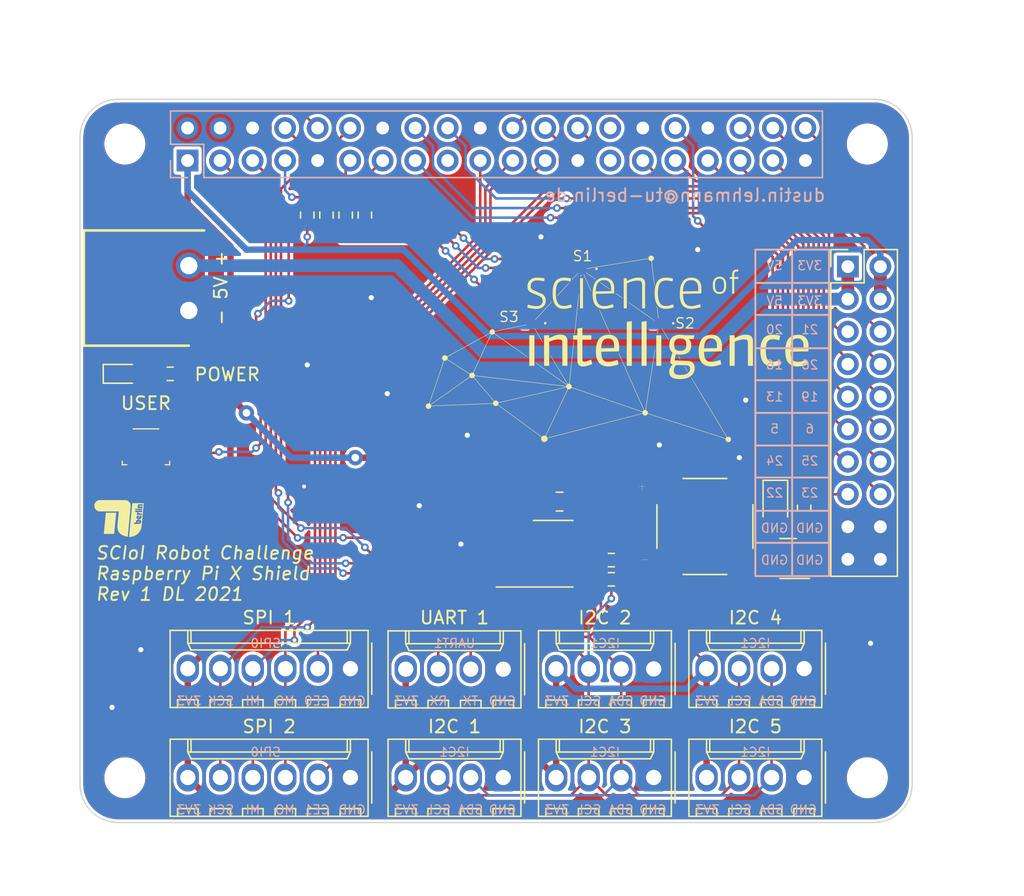
<source format=kicad_pcb>
(kicad_pcb (version 20211014) (generator pcbnew)
  (layers (0 "F.Cu" signal) (31 "B.Cu" signal) (34 "B.Paste" user) (35 "F.Paste" user) (36 "B.SilkS" user "B.Silkscreen") (37 "F.SilkS" user "F.Silkscreen") (38 "B.Mask" user) (39 "F.Mask" user) (44 "Edge.Cuts" user))
  (net 0 "")
  (net 1 "+5V")
  (net 2 "GND")
  (net 3 "PI_UART0_TX")
  (net 4 "PI_UART0_RX")
  (net 6 "PI_SPI0_MOSI")
  (net 7 "PI_SPI0_MISO")
  (net 8 "PI_SPI0_SCLK")
  (net 9 "PI_SPI0_CE0")
  (net 12 "Net-(D1-Pad2)")
  (net 13 "Net-(Q1-Pad1)")
  (net 14 "Net-(D2-Pad2)")
  (net 15 "Net-(D3-Pad2)")
  (net 16 "Net-(D4-Pad2)")
  (net 17 "3V3_OUT")
  (net 18 "PI_SDA")
  (net 19 "PI_SCL")
  (net 20 "PI_SPI0_CE1")
  (net 21 "PI_PWM1")
  (net 22 "PI_PWM2")
  (net 23 "GPIO_19")
  (net 24 "GPIO_16")
  (net 25 "GPIO_26")
  (net 26 "GPIO_20")
  (net 27 "GPIO_21")
  (net 28 "Net-(D5-Pad2)")
  (net 29 "GPIO_4")
  (net 30 "GPIO_17")
  (net 31 "GPIO_18")
  (net 32 "GPIO_27")
  (net 33 "GPIO_22")
  (net 34 "GPIO_23")
  (net 35 "GPIO_24")
  (net 36 "GPIO_25")
  (net 37 "GPIO_5")
  (net 38 "GPIO_6")
  (footprint "MountingHole:MountingHole_2.7mm_M2.5_DIN965" (layer "F.Cu") (at 128.25 49)
    (fp_text reference "H1" hide)
    (fp_text value "MountingHole_Pad")
  )
  (footprint "Resistor_SMD:R_0603_1608Metric" (layer "F.Cu") (at 108.255 81.5 180)
    (fp_text reference "R8" hide)
    (fp_text value "4.7k")
  )
  (footprint "downloaded_parts:SHDRRA2W82P0X350_1X2_900X920X745P" (layer "F.Cu") (at 75.25 62 90)
    (fp_text reference "J3" hide)
    (fp_text value "5V_IN" hide)
  )
  (footprint "Connector_Molex:Molex_KK-254_AE-6410-04A_1x04_P2.54mm_Vertical" (layer "F.Cu") (at 99.81 98.48 180)
    (fp_text reference "J9" hide)
    (fp_text value "I2C_3")
  )
  (footprint "logos:scioi_logo_30" (layer "F.Cu") (at 108.75 65)
    (fp_text reference "G***" hide)
    (fp_text value "LOGO" hide)
  )
  (footprint "Capacitor_SMD:C_0805_2012Metric" (layer "F.Cu") (at 104.205 76.93 180)
    (fp_text reference "C1" hide)
    (fp_text value "1uF")
  )
  (footprint "MountingHole:MountingHole_2.7mm_M2.5_DIN965" (layer "F.Cu") (at 70.25 98.5)
    (fp_text reference "H3" hide)
    (fp_text value "MountingHole_Pad")
  )
  (footprint "MountingHole:MountingHole_2.7mm_M2.5_DIN965" (layer "F.Cu") (at 70.25 49)
    (fp_text reference "H4" hide)
    (fp_text value "MountingHole_Pad")
  )
  (footprint "Resistor_SMD:R_0603_1608Metric" (layer "F.Cu") (at 89 54.55 90)
    (fp_text reference "R4" hide)
    (fp_text value "1k")
  )
  (footprint "Connector_Molex:Molex_KK-254_AE-6410-06A_1x06_P2.54mm_Vertical" (layer "F.Cu") (at 87.87 98.48 180)
    (fp_text reference "J5" hide)
    (fp_text value "SPI_2")
  )
  (footprint "Resistor_SMD:R_0603_1608Metric" (layer "F.Cu") (at 73.8 66.95)
    (fp_text reference "R5" hide)
    (fp_text value "1k")
  )
  (footprint "Resistor_SMD:R_0603_1608Metric" (layer "F.Cu") (at 87.5 54.55 90)
    (fp_text reference "R3" hide)
    (fp_text value "1k")
  )
  (footprint "Resistor_SMD:R_0603_1608Metric" (layer "F.Cu") (at 86 54.55 90)
    (fp_text reference "R2" hide)
    (fp_text value "1k")
  )
  (footprint "logos:tub_4" (layer "F.Cu") (at 69.8 78.25)
    (fp_text reference "G***" hide)
    (fp_text value "LOGO" hide)
  )
  (footprint "Connector_Molex:Molex_KK-254_AE-6410-06A_1x06_P2.54mm_Vertical" (layer "F.Cu") (at 87.87 89.98 180)
    (fp_text reference "J4" hide)
    (fp_text value "SPI_1")
  )
  (footprint "Package_TO_SOT_SMD:SOT-23" (layer "F.Cu") (at 122.062011 81.374511 180)
    (fp_text reference "Q1" hide)
    (fp_text value "BC817")
  )
  (footprint "Resistor_SMD:R_0603_1608Metric" (layer "F.Cu") (at 123.312011 77.449511 90)
    (fp_text reference "R1" hide)
    (fp_text value "180")
  )
  (footprint "Connector_Molex:Molex_KK-254_AE-6410-04A_1x04_P2.54mm_Vertical" (layer "F.Cu") (at 123.31 98.48 180)
    (fp_text reference "J11" hide)
    (fp_text value "I2C_5")
  )
  (footprint "Diode_SMD:D_0805_2012Metric_Pad1.15x1.40mm_HandSolder" (layer "F.Cu") (at 121.062011 77.124511 -90)
    (fp_text reference "D1" hide)
    (fp_text value "1N4148")
  )
  (footprint "Connector_Molex:Molex_KK-254_AE-6410-04A_1x04_P2.54mm_Vertical" (layer "F.Cu") (at 123.31 89.98 180)
    (fp_text reference "J10" hide)
    (fp_text value "I2C_4")
  )
  (footprint "LED_SMD:LED_0402_1005Metric" (layer "F.Cu") (at 106 58.75 180)
    (fp_text reference "D4" hide)
    (fp_text value "VCHG_LED")
  )
  (footprint "Connector_PinHeader_2.54mm:PinHeader_2x10_P2.54mm_Vertical" (layer "F.Cu") (at 126.725 58.575)
    (fp_text reference "J2" hide)
    (fp_text value "EXP")
  )
  (footprint "Resistor_SMD:R_0603_1608Metric" (layer "F.Cu") (at 108.255 83 180)
    (fp_text reference "R7" hide)
    (fp_text value "4.7k")
  )
  (footprint "downloaded_parts:XDCR_CMT-7525-80-SMT-TR" (layer "F.Cu") (at 115.562011 78.874511)
    (fp_text reference "LS1" hide)
    (fp_text value "CMT-7525-80-SMT-TR" hide)
  )
  (footprint "Connector_Molex:Molex_KK-254_AE-6410-04A_1x04_P2.54mm_Vertical" (layer "F.Cu") (at 111.56 98.48 180)
    (fp_text reference "J7" hide)
    (fp_text value "I2C_2")
  )
  (footprint "LED_SMD:LED_0402_1005Metric" (layer "F.Cu") (at 102 63 180)
    (fp_text reference "D2" hide)
    (fp_text value "VCHG_LED")
  )
  (footprint "LED_SMD:LED_0603_1608Metric" (layer "F.Cu") (at 70.05 66.95)
    (fp_text reference "D5" hide)
    (fp_text value "PWR_LED")
  )
  (footprint "Resistor_SMD:R_0603_1608Metric" (layer "F.Cu") (at 84.5 54.55 90)
    (fp_text reference "R6" hide)
    (fp_text value "10k")
  )
  (footprint "LED_SMD:LED_0402_1005Metric" (layer "F.Cu") (at 112 63 180)
    (fp_text reference "D3" hide)
    (fp_text value "VCHG_LED")
  )
  (footprint "MountingHole:MountingHole_2.7mm_M2.5_DIN965" (layer "F.Cu") (at 128.25 98.5)
    (fp_text reference "H2" hide)
    (fp_text value "MountingHole_Pad")
  )
  (footprint "Package_DFN_QFN:DFN-8-1EP_6x5mm_P1.27mm_EP2x2mm" (layer "F.Cu") (at 102.255 81)
    (fp_text reference "U1" hide)
    (fp_text value "24LC256")
  )
  (footprint "Connector_Molex:Molex_KK-254_AE-6410-04A_1x04_P2.54mm_Vertical" (layer "F.Cu") (at 99.81 90.02 180)
    (fp_text reference "J8" hide)
    (fp_text value "UART")
  )
  (footprint "downloaded_parts:TL6330AF200Q" (layer "F.Cu") (at 71.9 72.65)
    (fp_text reference "S1" hide)
    (fp_text value "USER" hide)
  )
  (footprint "Connector_Molex:Molex_KK-254_AE-6410-04A_1x04_P2.54mm_Vertical" (layer "F.Cu") (at 111.56 90 180)
    (fp_text reference "J6" hide)
    (fp_text value "I2C_1")
  )
  (footprint "Connector_PinSocket_2.54mm:PinSocket_2x20_P2.54mm_Vertical" (layer "B.Cu") (at 75.15 50.29 -90)
    (fp_text reference "J1" hide)
    (fp_text value "Raspberry Pi")
  )
  (gr_line (start 119.5 70) (end 125.25 70) (layer "B.SilkS") (width 0.15))
  (gr_line (start 119.5 77.65) (end 125.2 77.65) (layer "B.SilkS") (width 0.15))
  (gr_rect (start 125.25 57.25) (end 119.5 82.75) (layer "B.SilkS") (width 0.15) (fill none))
  (gr_line (start 119.5 62.35) (end 125.2 62.35) (layer "B.SilkS") (width 0.15))
  (gr_line (start 119.5 72.55) (end 125.2 72.55) (layer "B.SilkS") (width 0.15))
  (gr_line (start 119.5 67.45) (end 125.2 67.45) (layer "B.SilkS") (width 0.15))
  (gr_line (start 122.375 57.25) (end 122.375 82.75) (layer "B.SilkS") (width 0.15))
  (gr_line (start 119.5 64.95) (end 125.2 64.95) (layer "B.SilkS") (width 0.15))
  (gr_line (start 119.5 59.85) (end 125.2 59.85) (layer "B.SilkS") (width 0.15))
  (gr_line (start 119.5 80.15) (end 125.2 80.15) (layer "B.SilkS") (width 0.15))
  (gr_line (start 119.5 75.05) (end 125.2 75.05) (layer "B.SilkS") (width 0.15))
  (gr_line (start 66.750001 99.000001) (end 66.750001 48.500001) (layer "Edge.Cuts") (width 0.1))
  (gr_arc (start 131.750001 99.000001) (mid 130.871321 101.121321) (end 128.750001 102.000001) (layer "Edge.Cuts") (width 0.1))
  (gr_line (start 69.750001 45.500001) (end 128.750001 45.500001) (layer "Edge.Cuts") (width 0.1))
  (gr_arc (start 66.750001 48.500001) (mid 67.628681 46.378681) (end 69.750001 45.500001) (layer "Edge.Cuts") (width 0.1))
  (gr_arc (start 69.750001 102.000001) (mid 67.628681 101.121321) (end 66.750001 99.000001) (layer "Edge.Cuts") (width 0.1))
  (gr_arc (start 128.750001 45.500001) (mid 130.871321 46.378681) (end 131.750001 48.500001) (layer "Edge.Cuts") (width 0.1))
  (gr_line (start 131.750001 48.500001) (end 131.750001 99.000001) (layer "Edge.Cuts") (width 0.1))
  (gr_line (start 128.750001 102.000001) (end 69.750001 102.000001) (layer "Edge.Cuts") (width 0.1))
  (gr_text "6" (at 123.75 71.25) (layer "B.SilkS") (effects (font (size 0.7 0.7) (thickness 0.1)) (justify mirror)))
  (gr_text "SCL" (at 106.5 101) (layer "B.SilkS") (effects (font (size 0.7 0.7) (thickness 0.1)) (justify mirror)))
  (gr_text "MO" (at 82.75 101) (layer "B.SilkS") (effects (font (size 0.7 0.7) (thickness 0.1)) (justify mirror)))
  (gr_text "RX" (at 94.75 92.5) (layer "B.SilkS") (effects (font (size 0.7 0.7) (thickness 0.1)) (justify mirror)))
  (gr_text "5V" (at 121 61.25) (layer "B.SilkS") (effects (font (size 0.7 0.7) (thickness 0.1)) (justify mirror)))
  (gr_text "GND" (at 123.75 79) (layer "B.SilkS") (effects (font (size 0.7 0.7) (thickness 0.1)) (justify mirror)))
  (gr_text "GND" (at 123.25 92.5) (layer "B.SilkS") (effects (font (size 0.7 0.7) (thickness 0.1)) (justify mirror)))
  (gr_text "SPI0" (at 81.25 88) (layer "B.SilkS") (effects (font (size 0.7 0.7) (thickness 0.1)) (justify mirror)))
  (gr_text "I2C1" (at 96 96.5) (layer "B.SilkS") (effects (font (size 0.7 0.7) (thickness 0.1)) (justify mirror)))
  (gr_text "I2C1" (at 119.5 88) (layer "B.SilkS") (effects (font (size 0.7 0.7) (thickness 0.1)) (justify mirror)))
  (gr_text "GND" (at 88 101) (layer "B.SilkS") (effects (font (size 0.7 0.7) (thickness 0.1)) (justify mirror)))
  (gr_text "I2C1" (at 107.75 88) (layer "B.SilkS") (effects (font (size 0.7 0.7) (thickness 0.1)) (justify mirror)))
  (gr_text "3V3" (at 92.25 92.5) (layer "B.SilkS") (effects (font (size 0.7 0.7) (thickness 0.1)) (justify mirror)))
  (gr_text "SDA" (at 109 101) (layer "B.SilkS") (effects (font (size 0.7 0.7) (thickness 0.1)) (justify mirror)))
  (gr_text "24" (at 121 73.75) (layer "B.SilkS") (effects (font (size 0.7 0.7) (thickness 0.1)) (justify mirror)))
  (gr_text "GND" (at 111.5 101) (layer "B.SilkS") (effects (font (size 0.7 0.7) (thickness 0.1)) (justify mirror)))
  (gr_text "5V" (at 121 58.5) (layer "B.SilkS") (effects (font (size 0.7 0.7) (thickness 0.1)) (justify mirror)))
  (gr_text "CE1" (at 85.25 101) (layer "B.SilkS") (effects (font (size 0.7 0.7) (thickness 0.1)) (justify mirror)))
  (gr_text "SCL" (at 118.25 92.5) (layer "B.SilkS") (effects (font (size 0.7 0.7) (thickness 0.1)) (justify mirror)))
  (gr_text "MI" (at 80.25 101) (layer "B.SilkS") (effects (font (size 0.7 0.7) (thickness 0.1)) (justify mirror)))
  (gr_text "MO" (at 82.75 92.5) (layer "B.SilkS") (effects (font (size 0.7 0.7) (thickness 0.1)) (justify mirror)))
  (gr_text "3V3" (at 104 92.5) (layer "B.SilkS") (effects (font (size 0.7 0.7) (thickness 0.1)) (justify mirror)))
  (gr_text "SCK" (at 77.75 101) (layer "B.SilkS") (effects (font (size 0.7 0.7) (thickness 0.1)) (justify mirror)))
  (gr_text "SDA" (at 120.75 92.5) (layer "B.SilkS") (effects (font (size 0.7 0.7) (thickness 0.1)) (justify mirror)))
  (gr_text "I2C1" (at 119.5 96.5) (layer "B.SilkS") (effects (font (size 0.7 0.7) (thickness 0.1)) (justify mirror)))
  (gr_text "19" (at 123.75 68.75) (layer "B.SilkS") (effects (font (size 0.7 0.7) (thickness 0.1)) (justify mirror)))
  (gr_text "SDA" (at 97.25 101) (layer "B.SilkS") (effects (font (size 0.7 0.7) (thickness 0.1)) (justify mirror)))
  (gr_text "GND" (at 123.25 101) (layer "B.SilkS") (effects (font (size 0.7 0.7) (thickness 0.1)) (justify mirror)))
  (gr_text "3V3" (at 75.25 101) (layer "B.SilkS") (effects (font (size 0.7 0.7) (thickness 0.1)) (justify mirror)))
  (gr_text "16" (at 121 66.25) (layer "B.SilkS") (effects (font (size 0.7 0.7) (thickness 0.1)) (justify mirror)))
  (gr_text "3V3" (at 75.25 92.5) (layer "B.SilkS") (effects (font (size 0.7 0.7) (thickness 0.1)) (justify mirror)))
  (gr_text "GND" (at 88 92.5) (layer "B.SilkS") (effects (font (size 0.7 0.7) (thickness 0.1)) (justify mirror)))
  (gr_text "UART1" (at 96 88) (layer "B.SilkS") (effects (font (size 0.7 0.7) (thickness 0.1)) (justify mirror)))
  (gr_text "GND" (at 99.75 92.5) (layer "B.SilkS") (effects (font (size 0.7 0.7) (thickness 0.1)) (justify mirror)))
  (gr_text "SDA" (at 120.75 101) (layer "B.SilkS") (effects (font (size 0.7 0.7) (thickness 0.1)) (justify mirror)))
  (gr_text "5" (at 121 71.25) (layer "B.SilkS") (effects (font (size 0.7 0.7) (thickness 0.1)) (justify mirror)))
  (gr_text "GND" (at 99.75 101) (layer "B.SilkS") (effects (font (size 0.7 0.7) (thickness 0.1)) (justify mirror)))
  (gr_text "SCK" (at 77.75 92.5) (layer "B.SilkS") (effects (font (size 0.7 0.7) (thickness 0.1)) (justify mirror)))
  (gr_text "23" (at 123.75 76.25) (layer "B.SilkS") (effects (font (size 0.7 0.7) (thickness 0.1)) (justify mirror)))
  (gr_text "GND" (at 121 81.5) (layer "B.SilkS") (effects (font (size 0.7 0.7) (thickness 0.1)) (justify mirror)))
  (gr_text "SCL" (at 94.75 101) (layer "B.SilkS") (effects (font (size 0.7 0.7) (thickness 0.1)) (justify mirror)))
  (gr_text "SPI0" (at 81.25 96.5) (layer "B.SilkS") (effects (font (size 0.7 0.7) (thickness 0.1)) (justify mirror)))
  (gr_text "25" (at 123.75 73.75) (layer "B.SilkS") (effects (font (size 0.7 0.7) (thickness 0.1)) (justify mirror)))
  (gr_text "3V3" (at 115.75 101) (layer "B.SilkS") (effects (font (size 0.7 0.7) (thickness 0.1)) (justify mirror)))
  (gr_text "GND" (at 111.5 92.5) (layer "B.SilkS") (effects (font (size 0.7 0.7) (thickness 0.1)) (justify mirror)))
  (gr_text "GND" (at 123.75 81.5) (layer "B.SilkS") (effects (font (size 0.7 0.7) (thickness 0.1)) (justify mirror)))
  (gr_text "3V3" (at 104 101) (layer "B.SilkS") (effects (font (size 0.7 0.7) (thickness 0.1)) (justify mirror)))
  (gr_text "3V3" (at 123.75 61.25) (layer "B.SilkS") (effects (font (size 0.7 0.7) (thickness 0.1)) (justify mirror)))
  (gr_text "3V3" (at 123.75 58.5) (layer "B.SilkS") (effects (font (size 0.7 0.7) (thickness 0.1)) (justify mirror)))
  (gr_text "GND" (at 121 79) (layer "B.SilkS") (effects (font (size 0.7 0.7) (thickness 0.1)) (justify mirror)))
  (gr_text "I2C1" (at 107.75 96.5) (layer "B.SilkS") (effects (font (size 0.7 0.7) (thickness 0.1)) (justify mirror)))
  (gr_text "3V3" (at 92.25 101) (layer "B.SilkS") (effects (font (size 0.7 0.7) (thickness 0.1)) (justify mirror)))
  (gr_text "MI" (at 80.25 92.5) (layer "B.SilkS") (effects (font (size 0.7 0.7) (thickness 0.1)) (justify mirror)))
  (gr_text "SCL" (at 118.25 101) (layer "B.SilkS") (effects (font (size 0.7 0.7) (thickness 0.1)) (justify mirror)))
  (gr_text "13" (at 121 68.75) (layer "B.SilkS") (effects (font (size 0.7 0.7) (thickness 0.1)) (justify mirror)))
  (gr_text "CE0" (at 85.25 92.5) (layer "B.SilkS") (effects (font (size 0.7 0.7) (thickness 0.1)) (justify mirror)))
  (gr_text "3V3" (at 115.75 92.5) (layer "B.SilkS") (effects (font (size 0.7 0.7) (thickness 0.1)) (justify mirror)))
  (gr_text "dustin.lehmann@tu-berlin.de" (at 114 53) (layer "B.SilkS") (effects (font (size 1 1)) (justify mirror)))
  (gr_text "21" (at 123.75 63.5) (layer "B.SilkS") (effects (font (size 0.7 0.7) (thickness 0.1)) (justify mirror)))
  (gr_text "22" (at 121 76.25) (layer "B.SilkS") (effects (font (size 0.7 0.7) (thickness 0.1)) (justify mirror)))
  (gr_text "SCL" (at 106.5 92.5) (layer "B.SilkS") (effects (font (size 0.7 0.7) (thickness 0.1)) (justify mirror)))
  (gr_text "20" (at 121 63.5) (layer "B.SilkS") (effects (font (size 0.7 0.7) (thickness 0.1)) (justify mirror)))
  (gr_text "TX" (at 97.25 92.5) (layer "B.SilkS") (effects (font (size 0.7 0.7) (thickness 0.1)) (justify mirror)))
  (gr_text "SDA" (at 109 92.5) (layer "B.SilkS") (effects (font (size 0.7 0.7) (thickness 0.1)) (justify mirror)))
  (gr_text "26" (at 123.75 66.25) (layer "B.SilkS") (effects (font (size 0.7 0.7) (thickness 0.1)) (justify mirror)))
  (gr_text "S3" (at 100.25 62.5) (layer "F.SilkS") (effects (font (size 0.8 0.8) (thickness 0.1))))
  (gr_text "I2C 5" (at 119.5 94.5) (layer "F.SilkS") (effects (font (size 1 1))))
  (gr_text "I2C 2" (at 107.75 86) (layer "F.SilkS") (effects (font (size 1 1))))
  (gr_text "SPI 1" (at 81.52 86) (layer "F.SilkS") (effects (font (size 1 1))))
  (gr_text "S2" (at 114 63) (layer "F.SilkS") (effects (font (size 0.8 0.8) (thickness 0.1))))
  (gr_text "SCIoI Robot Challenge\nRaspberry Pi X Shield\nRev 1 DL 2021" (at 67.9 82.55) (layer "F.SilkS") (effects (font (size 1 1) (thickness 0.15) italic) (justify left)))
  (gr_text "- 5V +" (at 77.75 60.25 90) (layer "F.SilkS") (effects (font (size 1 1))))
  (gr_text "I2C 3" (at 107.75 94.5) (layer "F.SilkS") (effects (font (size 1 1))))
  (gr_text "SPI 2" (at 81.52 94.5) (layer "F.SilkS") (effects (font (size 1 1))))
  (gr_text "UART 1" (at 96 86) (layer "F.SilkS") (effects (font (size 1 1))))
  (gr_text "USER" (at 71.9 69.25) (layer "F.SilkS") (effects (font (size 1 1))))
  (gr_text "I2C 4" (at 119.5 86) (layer "F.SilkS") (effects (font (size 1 1))))
  (gr_text "S1" (at 106 57.75) (layer "F.SilkS") (effects (font (size 0.8 0.8) (thickness 0.1))))
  (gr_text "POWER" (at 78.25 67) (layer "F.SilkS") (effects (font (size 1 1))))
  (gr_text "I2C 1" (at 96 94.5) (layer "F.SilkS") (effects (font (size 1 1))))
  (segment (start 126.725 61.115) (end 126.725 58.575) (width 1) (layer "F.Cu") (net 1))
  (segment (start 119.885 61.115) (end 126.725 61.115) (width 1) (layer "B.Cu") (net 1))
  (segment (start 115.75 65.25) (end 119.885 61.115) (width 1) (layer "B.Cu") (net 1))
  (segment (start 98.25 65.25) (end 115.75 65.25) (width 1) (layer "B.Cu") (net 1))
  (segment (start 91.5 58.5) (end 98.25 65.25) (width 1) (layer "B.Cu") (net 1))
  (segment (start 75.25 58.5) (end 91.5 58.5) (width 1) (layer "B.Cu") (net 1))
  (via (at 118.75 69) (size 0.8) (drill 0.4) (layers "F.Cu" "B.Cu") (net 2))
  (via (at 90.75 68.5) (size 0.8) (drill 0.4) (layers "F.Cu" "B.Cu") (net 2))
  (via (at 102.75 56.25) (size 0.8) (drill 0.4) (layers "F.Cu" "B.Cu") (net 2))
  (via (at 118.25 73.5) (size 0.8) (drill 0.4) (layers "F.Cu" "B.Cu") (net 2))
  (via (at 69.25 93) (size 0.8) (drill 0.4) (layers "F.Cu" "B.Cu") (net 2))
  (via (at 93.25 77.25) (size 0.8) (drill 0.4) (layers "F.Cu" "B.Cu") (net 2))
  (via (at 71.5 88.5) (size 0.8) (drill 0.4) (layers "F.Cu" "B.Cu") (net 2))
  (via (at 97 71.75) (size 0.8) (drill 0.4) (layers "F.Cu" "B.Cu") (net 2))
  (via (at 84.25 75.75) (size 0.6) (drill 0.3) (layers "F.Cu" "B.Cu") (net 2))
  (via (at 89.5 61) (size 0.8) (drill 0.4) (layers "F.Cu" "B.Cu") (net 2))
  (via (at 112 72.5) (size 0.8) (drill 0.4) (layers "F.Cu" "B.Cu") (net 2))
  (via (at 128.5 88) (size 0.8) (drill 0.4) (layers "F.Cu" "B.Cu") (net 2))
  (via (at 115 57.25) (size 0.8) (drill 0.4) (layers "F.Cu" "B.Cu") (net 2))
  (via (at 84.5 66.25) (size 0.8) (drill 0.4) (layers "F.Cu" "B.Cu") (net 2))
  (via (at 96.5 80.25) (size 0.8) (drill 0.4) (layers "F.Cu" "B.Cu") (net 2))
  (segment (start 82.448559 52.5) (end 82.448559 74.5) (width 0.2) (layer "F.Cu") (net 3))
  (segment (start 87.5 81.75) (end 93.5 81.75) (width 0.2) (layer "F.Cu") (net 3))
  (segment (start 83.919511 48.899511) (end 83.919511 51.029048) (width 0.2) (layer "F.Cu") (net 3))
  (segment (start 82.77 47.75) (end 83.919511 48.899511) (width 0.2) (layer "F.Cu") (net 3))
  (segment (start 93.5 81.75) (end 97.27 85.52) (width 0.2) (layer "F.Cu") (net 3))
  (segment (start 97.27 85.52) (end 97.27 90.02) (width 0.2) (layer "F.Cu") (net 3))
  (segment (start 83.919511 51.029048) (end 82.448559 52.5) (width 0.2) (layer "F.Cu") (net 3))
  (segment (start 83 75.051441) (end 83 77) (width 0.2) (layer "F.Cu") (net 3))
  (segment (start 82.448559 74.5) (end 83 75.051441) (width 0.2) (layer "F.Cu") (net 3))
  (via (at 83 77) (size 0.6) (drill 0.3) (layers "F.Cu" "B.Cu") (net 3))
  (via (at 87.5 81.75) (size 0.6) (drill 0.3) (layers "F.Cu" "B.Cu") (net 3))
  (segment (start 84.890862 81.75) (end 87.5 81.75) (width 0.2) (layer "B.Cu") (net 3))
  (segment (start 83 79.859138) (end 84.890862 81.75) (width 0.2) (layer "B.Cu") (net 3))
  (segment (start 83 77) (end 83 79.859138) (width 0.2) (layer "B.Cu") (net 3))
  (segment (start 81.620489 47.129511) (end 81.620489 51.115483) (width 0.2) (layer "F.Cu") (net 4))
  (segment (start 82.049039 51.544033) (end 82.049039 51.75) (width 0.2) (layer "F.Cu") (net 4))
  (segment (start 84.160489 46.600489) (end 82.149511 46.600489) (width 0.2) (layer "F.Cu") (net 4))
  (segment (start 94.73 85.23) (end 94.73 90.02) (width 0.2) (layer "F.Cu") (net 4))
  (segment (start 92.024077 82.524077) (end 94.73 85.23) (width 0.2) (layer "F.Cu") (net 4))
  (segment (start 82.049039 74.450961) (end 82.049039 76.049039) (width 0.2) (layer "F.Cu") (net 4))
  (segment (start 81.620489 51.115483) (end 82.049039 51.544033) (width 0.2) (layer "F.Cu") (net 4))
  (segment (start 82.049039 76.049039) (end 82.25 76.25) (width 0.2) (layer "F.Cu") (net 4))
  (segment (start 85.31 47.75) (end 84.160489 46.600489) (width 0.2) (layer "F.Cu") (net 4))
  (segment (start 82.049039 51.75) (end 82.049039 74.450961) (width 0.2) (layer "F.Cu") (net 4))
  (segment (start 82.149511 46.600489) (end 81.620489 47.129511) (width 0.2) (layer "F.Cu") (net 4))
  (segment (start 87.29998 82.524077) (end 92.024077 82.524077) (width 0.2) (layer "F.Cu") (net 4))
  (via (at 87.29998 82.524077) (size 0.6) (drill 0.3) (layers "F.Cu" "B.Cu") (net 4))
  (via (at 82.25 76.25) (size 0.6) (drill 0.3) (layers "F.Cu" "B.Cu") (net 4))
  (segment (start 84.725376 82.14952) (end 85.75 82.14952) (width 0.2) (layer "B.Cu") (net 4))
  (segment (start 85.75 82.14952) (end 86.925423 82.14952) (width 0.2) (layer "B.Cu") (net 4))
  (segment (start 83.662928 81.087072) (end 84.725376 82.14952) (width 0.2) (layer "B.Cu") (net 4))
  (segment (start 82.60048 79.75) (end 82.600481 80.024625) (width 0.2) (layer "B.Cu") (net 4))
  (segment (start 86.925423 82.14952) (end 87.29998 82.524077) (width 0.2) (layer "B.Cu") (net 4))
  (segment (start 82.25 76.25) (end 82.25 77.39952) (width 0.2) (layer "B.Cu") (net 4))
  (segment (start 82.600481 80.024625) (end 83.662928 81.087072) (width 0.2) (layer "B.Cu") (net 4))
  (segment (start 82.60048 77.75) (end 82.60048 79.75) (width 0.2) (layer "B.Cu") (net 4))
  (segment (start 82.25 77.39952) (end 82.60048 77.75) (width 0.2) (layer "B.Cu") (net 4))
  (segment (start 98.01 50.29) (end 98.01 55.99) (width 0.2) (layer "F.Cu") (net 6))
  (segment (start 98.01 55.99) (end 85.10048 68.89952) (width 0.2) (layer "F.Cu") (net 6))
  (segment (start 82.79 87.047156) (end 82.79 89.98) (width 0.2) (layer "F.Cu") (net 6))
  (segment (start 82.79 98.48) (end 82.79 89.98) (width 0.2) (layer "F.Cu") (net 6))
  (segment (start 85.10048 84.736676) (end 82.79 87.047156) (width 0.2) (layer "F.Cu") (net 6))
  (segment (start 85.10048 68.89952) (end 85.10048 84.736676) (width 0.2) (layer "F.Cu") (net 6))
  (segment (start 98.409519 56.155487) (end 85.5 69.065006) (width 0.2) (layer "F.Cu") (net 7))
  (segment (start 80.25 98.48) (end 80.25 89.98) (width 0.2) (layer "F.Cu") (net 7))
  (segment (start 83.5 86.902162) (end 83.5 87.75) (width 0.2) (layer "F.Cu") (net 7))
  (segment (start 98.40952 52.43048) (end 98.409519 56.155487) (width 0.2) (layer "F.Cu") (net 7))
  (segment (start 85.5 69.065006) (end 85.499999 85.184995) (width 0.2) (layer "F.Cu") (net 7))
  (segment (start 85.499999 85.184995) (end 84.967497 85.717497) (width 0.2) (layer "F.Cu") (net 7))
  (segment (start 100.55 50.29) (end 98.40952 52.43048) (width 0.2) (layer "F.Cu") (net 7))
  (segment (start 84.967497 85.717497) (end 84.684665 85.717497) (width 0.2) (layer "F.Cu") (net 7))
  (segment (start 84.684665 85.717497) (end 83.5 86.902162) (width 0.2) (layer "F.Cu") (net 7))
  (via (at 83.5 87.75) (size 0.6) (drill 0.3) (layers "F.Cu" "B.Cu") (net 7))
  (segment (start 82.48 87.75) (end 80.25 89.98) (width 0.2) (layer "B.Cu") (net 7))
  (segment (start 83.5 87.75) (end 82.48 87.75) (width 0.2) (layer "B.Cu") (net 7))
  (segment (start 85.901441 69.228571) (end 85.901441 81.098559) (width 0.2) (layer "F.Cu") (net 8))
  (segment (start 85.901441 85.348559) (end 84.5 86.75) (width 0.2) (layer "F.Cu") (net 8))
  (segment (start 98.809038 56.320974) (end 85.901441 69.228571) (width 0.2) (layer "F.Cu") (net 8))
  (segment (start 85.901441 81.098559) (end 85.901441 85.348559) (width 0.2) (layer "F.Cu") (net 8))
  (segment (start 103.09 50.29) (end 101.552497 51.827503) (width 0.2) (layer "F.Cu") (net 8))
  (segment (start 77.71 98.48) (end 77.71 89.98) (width 0.2) (layer "F.Cu") (net 8))
  (segment (start 99.577503 51.827503) (end 98.80904 52.595966) (width 0.2) (layer "F.Cu") (net 8))
  (segment (start 98.80904 52.595966) (end 98.809038 56.320974) (width 0.2) (layer "F.Cu") (net 8))
  (segment (start 101.552497 51.827503) (end 99.577503 51.827503) (width 0.2) (layer "F.Cu") (net 8))
  (via (at 84.5 86.75) (size 0.6) (drill 0.3) (layers "F.Cu" "B.Cu") (net 8))
  (segment (start 84.5 86.75) (end 80.94 86.75) (width 0.2) (layer "B.Cu") (net 8))
  (segment (start 80.94 86.75) (end 77.71 89.98) (width 0.2) (layer "B.Cu") (net 8))
  (segment (start 104.239511 48.899511) (end 104.239511 51.455507) (width 0.2) (layer "F.Cu") (net 9))
  (segment (start 103.09 47.75) (end 104.239511 48.899511) (width 0.2) (layer "F.Cu") (net 9))
  (segment (start 86.300961 86.699039) (end 85.33 87.67) (width 0.2) (layer "F.Cu") (net 9))
  (segment (start 85.33 87.67) (end 85.33 89.98) (width 0.2) (layer "F.Cu") (net 9))
  (segment (start 104.239511 51.455507) (end 86.300961 69.394057) (width 0.2) (layer "F.Cu") (net 9))
  (segment (start 86.300961 69.394057) (end 86.300961 86.699039) (width 0.2) (layer "F.Cu") (net 9))
  (segment (start 121.124511 81.374511) (end 120.5 80.75) (width 0.2) (layer "F.Cu") (net 12))
  (segment (start 121.062011 81.312011) (end 121.124511 81.374511) (width 0.2) (layer "F.Cu") (net 12))
  (segment (start 120.5 80.75) (end 113.686522 80.75) (width 0.2) (layer "F.Cu") (net 12))
  (segment (start 121.062011 78.149511) (end 121.062011 81.312011) (width 0.2) (layer "F.Cu") (net 12))
  (segment (start 113.686522 80.75) (end 112.487011 81.949511) (width 0.2) (layer "F.Cu") (net 12))
  (segment (start 121.898209 79.213313) (end 121.898209 80.774991) (width 0.2) (layer "F.Cu") (net 13))
  (segment (start 122.999511 81.876293) (end 122.999511 82.324511) (width 0.2) (layer "F.Cu") (net 13))
  (segment (start 122.837011 78.274511) (end 121.898209 79.213313) (width 0.2) (layer "F.Cu") (net 13))
  (segment (start 123.312011 78.274511) (end 122.837011 78.274511) (width 0.2) (layer "F.Cu") (net 13))
  (segment (start 121.898209 80.774991) (end 122.999511 81.876293) (width 0.2) (layer "F.Cu") (net 13))
  (segment (start 97.528923 59.578923) (end 100.95 63) (width 0.2) (layer "F.Cu") (net 14))
  (segment (start 87.175 56.55) (end 89.7 56.55) (width 0.2) (layer "F.Cu") (net 14))
  (segment (start 100.95 63) (end 101.515 63) (width 0.2) (layer "F.Cu") (net 14))
  (segment (start 86 55.375) (end 87.175 56.55) (width 0.2) (layer "F.Cu") (net 14))
  (segment (start 94.5 56.55) (end 95.3 57.35) (width 0.2) (layer "F.Cu") (net 14))
  (segment (start 89.7 56.55) (end 94.5 56.55) (width 0.2) (layer "F.Cu") (net 14))
  (via (at 95.3 57.35) (size 0.6) (drill 0.3) (layers "F.Cu" "B.Cu") (net 14))
  (via (at 97.528923 59.578923) (size 0.6) (drill 0.3) (layers "F.Cu" "B.Cu") (net 14))
  (segment (start 95.3 57.35) (end 97.528923 59.578923) (width 0.2) (layer "B.Cu") (net 14))
  (segment (start 88.275 56.15) (end 92.5 56.15) (width 0.2) (layer "F.Cu") (net 15))
  (segment (start 92.5 56.15) (end 95.3 56.15) (width 0.2) (layer "F.Cu") (net 15))
  (segment (start 107.95 63) (end 111.515 63) (width 0.2) (layer "F.Cu") (net 15))
  (segment (start 87.5 55.375) (end 88.275 56.15) (width 0.2) (layer "F.Cu") (net 15))
  (segment (start 95.3 56.15) (end 96.1 56.95) (width 0.2) (layer "F.Cu") (net 15))
  (segment (start 98.428923 58.678923) (end 103.628923 58.678923) (width 0.2) (layer "F.Cu") (net 15))
  (segment (start 103.628923 58.678923) (end 107.95 63) (width 0.2) (layer "F.Cu") (net 15))
  (via (at 96.1 56.95) (size 0.6) (drill 0.3) (layers "F.Cu" "B.Cu") (net 15))
  (via (at 98.428923 58.678923) (size 0.6) (drill 0.3) (layers "F.Cu" "B.Cu") (net 15))
  (segment (start 97.828923 58.678923) (end 98.428923 58.678923) (width 0.2) (layer "B.Cu") (net 15))
  (segment (start 96.1 56.95) (end 97.828923 58.678923) (width 0.2) (layer "B.Cu") (net 15))
  (segment (start 89 55.375) (end 95.725 55.375) (width 0.2) (layer "F.Cu") (net 16))
  (segment (start 95.725 55.375) (end 96.7 56.35) (width 0.2) (layer "F.Cu") (net 16))
  (segment (start 104.3 58.75) (end 105.515 58.75) (width 0.2) (layer "F.Cu") (net 16))
  (segment (start 103.528923 57.978923) (end 104.3 58.75) (width 0.2) (layer "F.Cu") (net 16))
  (segment (start 99.128923 57.978923) (end 103.528923 57.978923) (width 0.2) (layer "F.Cu") (net 16))
  (via (at 96.7 56.35) (size 0.6) (drill 0.3) (layers "F.Cu" "B.Cu") (net 16))
  (via (at 99.128923 57.978923) (size 0.6) (drill 0.3) (layers "F.Cu" "B.Cu") (net 16))
  (segment (start 96.7 56.35) (end 98.328923 57.978923) (width 0.2) (layer "B.Cu") (net 16))
  (segment (start 98.328923 57.978923) (end 99.128923 57.978923) (width 0.2) (layer "B.Cu") (net 16))
  (segment (start 75.15 53.65) (end 78.5 57) (width 0.5) (layer "F.Cu") (net 17))
  (segment (start 78.5 68.5) (end 78.5 86.65) (width 0.5) (layer "F.Cu") (net 17))
  (segment (start 84.5 55.375) (end 84.5 56.25) (width 0.2) (layer "F.Cu") (net 17))
  (segment (start 92.19 98.48) (end 89.92 100.75) (width 0.5) (layer "F.Cu") (net 17))
  (segment (start 78.5 57) (end 78.5 65.65) (width 0.5) (layer "F.Cu") (net 17))
  (segment (start 109.08 80.33) (end 109.08 81.5) (width 0.3) (layer "F.Cu") (net 17))
  (segment (start 105.155 79.095) (end 105.155 76.93) (width 0.2) (layer "F.Cu") (net 17))
  (segment (start 105.155 79.095) (end 107.845 79.095) (width 0.3) (layer "F.Cu") (net 17))
  (segment (start 78.5 68.5) (end 78.5 68.75) (width 0.5) (layer "F.Cu") (net 17))
  (segment (start 78.5 68.75) (end 79.75 70) (width 0.5) (layer "F.Cu") (net 17))
  (segment (start 92.19 90.02) (end 92.19 98.48) (width 0.5) (layer "F.Cu") (net 17))
  (segment (start 102.39548 96.93548) (end 103.94 98.48) (width 0.5) (layer "F.Cu") (net 17))
  (segment (start 112.487011 75.799511) (end 110.1875 73.5) (width 0.5) (layer "F.Cu") (net 17))
  (segment (start 75.17 89.98) (end 75.17 98.48) (width 0.5) (layer "F.Cu") (net 17))
  (segment (start 110.1875 73.5) (end 99.25 73.5) (width 0.5) (layer "F.Cu") (net 17))
  (segment (start 103.94 90) (end 103.94 98.48) (width 0.5) (layer "F.Cu") (net 17))
  (segment (start 129.265 61.115) (end 129.265 58.575) (width 1) (layer "F.Cu") (net 17))
  (segment (start 78.5 86.65) (end 75.17 89.98) (width 0.5) (layer "F.Cu") (net 17))
  (segment (start 99.25 73.5) (end 88.25 73.5) (width 0.5) (layer "F.Cu") (net 17))
  (segment (start 109.08 83) (end 109.08 81.5) (width 0.2) (layer "F.Cu") (net 17))
  (segment (start 92.19 98.48) (end 93.73452 96.93548) (width 0.5) (layer "F.Cu") (net 17))
  (segment (start 77.2 66.95) (end 78.5 65.65) (width 0.2) (layer "F.Cu") (net 17))
  (segment (start 78.5 65.65) (end 78.5 68.5) (width 0.5) (layer "F.Cu") (net 17))
  (segment (start 120.1625 76.999022) (end 113.686522 76.999022) (width 0.2) (layer "F.Cu") (net 17))
  (segment (start 109.08 83) (end 115.69 89.61) (width 0.2) (layer "F.Cu") (net 17))
  (segment (start 77.44 100.75) (end 75.17 98.48) (width 0.5) (layer "F.Cu") (net 17))
  (segment (start 115.69 89.61) (end 115.69 89.98) (width 0.2) (layer "F.Cu") (net 17))
  (segment (start 74.625 66.95) (end 77.2 66.95) (width 0.2) (layer "F.Cu") (net 17))
  (segment (start 113.686522 76.999022) (end 112.487011 75.799511) (width 0.2) (layer "F.Cu") (net 17))
  (segment (start 121.062011 76.099511) (end 120.1625 76.999022) (width 0.2) (layer "F.Cu") (net 17))
  (segment (start 93.73452 96.93548) (end 102.39548 96.93548) (width 0.5) (layer "F.Cu") (net 17))
  (segment (start 75.15 50.29) (end 75.15 53.65) (width 0.5) (layer "F.Cu") (net 17))
  (segment (start 115.69 89.98) (end 115.69 98.48) (width 0.5) (layer "F.Cu") (net 17))
  (segment (start 89.92 100.75) (end 77.44 100.75) (width 0.5) (layer "F.Cu") (net 17))
  (segment (start 107.845 79.095) (end 109.08 80.33) (width 0.3) (layer "F.Cu") (net 17))
  (via (at 88.25 73.5) (size 1.2) (drill 0.6) (layers "F.Cu" "B.Cu") (net 17))
  (via (at 79.75 70) (size 1.2) (drill 0.6) (layers "F.Cu" "B.Cu") (net 17))
  (via (at 84.5 56.25) (size 0.6) (drill 0.3) (layers "F.Cu" "B.Cu") (net 17))
  (segment (start 79.75 70) (end 83.25 73.5) (width 0.5) (layer "B.Cu") (net 17))
  (segment (start 128.25 56.5) (end 129.265 57.515) (width 0.5) (layer "B.Cu") (net 17))
  (segment (start 114.12548 91.54452) (end 115.69 89.98) (width 0.5) (layer "B.Cu") (net 17))
  (segment (start 129.265 57.515) (end 129.265 58.575) (width 0.5) (layer "B.Cu") (net 17))
  (segment (start 84 57.25) (end 92 57.25) (width 0.5) (layer "B.Cu") (net 17))
  (segment (start 103.94 90) (end 105.48452 91.54452) (width 0.5) (layer "B.Cu") (net 17))
  (segment (start 75.15 52.65) (end 79.75 57.25) (width 0.5) (layer "B.Cu") (net 17))
  (segment (start 83.25 73.5) (end 88.25 73.5) (width 0.5) (layer "B.Cu") (net 17))
  (segment (start 122.75 56.5) (end 128.25 56.5) (width 0.5) (layer "B.Cu") (net 17))
  (segment (start 92 57.25) (end 98.75 64) (width 0.5) (layer "B.Cu") (net 17))
  (segment (start 79.75 57.25) (end 84 57.25) (width 0.5) (layer "B.Cu") (net 17))
  (segment (start 115.25 64) (end 122.75 56.5) (width 0.5) (layer "B.Cu") (net 17))
  (segment (start 105.48452 91.54452) (end 114.12548 91.54452) (width 0.5) (layer "B.Cu") (net 17))
  (segment (start 75.15 50.29) (end 75.15 52.65) (width 0.5) (layer "B.Cu") (net 17))
  (segment (start 84.5 56.75) (end 84 57.25) (width 0.2) (layer "B.Cu") (net 17))
  (segment (start 98.75 64) (end 115.25 64) (width 0.5) (layer "B.Cu") (net 17))
  (segment (start 84.5 56.25) (end 84.5 56.75) (width 0.2) (layer "B.Cu") (net 17))
  (segment (start 87.29998 79.75) (end 89.25 79.75) (width 0.2) (layer "F.Cu") (net 18))
  (segment (start 107.43 86.59) (end 107.43 83) (width 0.2) (layer "F.Cu") (net 18))
  (segment (start 81.25 53.85) (end 81.25 57.75) (width 0.2) (layer "F.Cu") (net 18))
  (segment (start 100.75 87.5) (end 106.52 87.5) (width 0.2) (layer "F.Cu") (net 18))
  (segment (start 89.25 79.75) (end 90.35048 80.85048) (width 0.2) (layer "F.Cu") (net 18))
  (segment (start 81.25 57.75) (end 81.25 77.2613) (width 0.2) (layer "F.Cu") (net 18))
  (segment (start 120.77 89.98) (end 120.77 98.48) (width 0.2) (layer "F.Cu") (net 18))
  (segment (start 109.02 90) (end 109.02 98.48) (width 0.2) (layer "F.Cu") (net 18))
  (segment (start 81.25 77.2613) (end 83.747175 79.758475) (width 0.2) (layer "F.Cu") (net 18))
  (segment (start 106.52 87.5) (end 107.43 86.59) (width 0.2) (layer "F.Cu") (net 18))
  (segment (start 106.52 87.5) (end 109.02 90) (width 0.2) (layer "F.Cu") (net 18))
  (segment (start 105.25 83) (end 105.155 82.905) (width 0.2) (layer "F.Cu") (net 18))
  (segment (start 77.69 50.29) (end 81.25 53.85) (width 0.2) (layer "F.Cu") (net 18))
  (segment (start 90.35048 80.85048) (end 94.10048 80.85048) (width 0.2) (layer "F.Cu") (net 18))
  (segment (start 107.43 83) (end 105.25 83) (width 0.2) (layer "F.Cu") (net 18))
  (segment (start 94.10048 80.85048) (end 100.75 87.5) (width 0.2) (layer "F.Cu") (net 18))
  (via (at 83.747175 79.758475) (size 0.6) (drill 0.3) (layers "F.Cu" "B.Cu") (net 18))
  (via (at 87.29998 79.75) (size 0.6) (drill 0.3) (layers "F.Cu" "B.Cu") (net 18))
  (segment (start 87.291505 79.758475) (end 87.29998 79.75) (width 0.2) (layer "B.Cu") (net 18))
  (segment (start 119.37548 99.87452) (end 120.77 98.48) (width 0.2) (layer "B.Cu") (net 18))
  (segment (start 98.66452 99.87452) (end 107.62548 99.87452) (width 0.2) (layer "B.Cu") (net 18))
  (segment (start 107.62548 99.87452) (end 109.02 98.48) (width 0.2) (layer "B.Cu") (net 18))
  (segment (start 109.02 98.48) (end 110.41452 99.87452) (width 0.2) (layer "B.Cu") (net 18))
  (segment (start 83.747175 79.758475) (end 87.291505 79.758475) (width 0.2) (layer "B.Cu") (net 18))
  (segment (start 97.27 98.48) (end 98.66452 99.87452) (width 0.2) (layer "B.Cu") (net 18))
  (segment (start 110.41452 99.87452) (end 119.37548 99.87452) (width 0.2) (layer "B.Cu") (net 18))
  (segment (start 106.48 89.48) (end 106.48 90) (width 0.2) (layer "F.Cu") (net 19))
  (segment (start 116.83548 99.87452) (end 118.23 98.48) (width 0.2) (layer "F.Cu") (net 19))
  (segment (start 108.25 82.32) (end 107.43 81.5) (width 0.2) (layer "F.Cu") (net 19))
  (segment (start 81.64952 58) (end 81.64952 76.64952) (width 0.2) (layer "F.Cu") (net 19))
  (segment (start 118.23 98.48) (end 118.23 89.98) (width 0.2) (layer "F.Cu") (net 19))
  (segment (start 100.5 88) (end 105 88) (width 0.2) (layer "F.Cu") (net 19))
  (segment (start 89 80.5) (end 89.75 81.25) (width 0.2) (layer "F.Cu") (net 19))
  (segment (start 81.64952 51.70952) (end 81.64952 58) (width 0.2) (layer "F.Cu") (net 19))
  (segment (start 81.64952 76.64952) (end 84 79) (width 0.2) (layer "F.Cu") (net 19))
  (segment (start 93.75 81.25) (end 100.5 88) (width 0.2) (layer "F.Cu") (net 19))
  (segment (start 80.23 50.29) (end 81.64952 51.70952) (width 0.2) (layer "F.Cu") (net 19))
  (segment (start 89.75 81.25) (end 93.75 81.25) (width 0.2) (layer "F.Cu") (net 19))
  (segment (start 107.295 81.635) (end 107.43 81.5) (width 0.2) (layer "F.Cu") (net 19))
  (segment (start 106.48 98.48) (end 107.87452 99.87452) (width 0.2) (layer "F.Cu") (net 19))
  (segment (start 96.12452 99.87452) (end 105.08548 99.87452) (width 0.2) (layer "F.Cu") (net 19))
  (segment (start 105.08548 99.87452) (end 106.48 98.48) (width 0.2) (layer "F.Cu") (net 19))
  (segment (start 106.48 90) (end 106.48 98.48) (width 0.2) (layer "F.Cu") (net 19))
  (segment (start 108.25 84.5) (end 108.25 82.32) (width 0.2) (layer "F.Cu") (net 19))
  (segment (start 94.73 98.48) (end 96.12452 99.87452) (width 0.2) (layer "F.Cu") (net 19))
  (segment (start 107.87452 99.87452) (end 116.83548 99.87452) (width 0.2) (layer "F.Cu") (net 19))
  (segment (start 105.155 81.635) (end 107.295 81.635) (width 0.2) (layer "F.Cu") (net 19))
  (segment (start 105 88) (end 106.48 89.48) (width 0.2) (layer "F.Cu") (net 19))
  (via (at 84 79) (size 0.6) (drill 0.3) (layers "F.Cu" "B.Cu") (net 19))
  (via (at 108.25 84.5) (size 0.6) (drill 0.3) (layers "F.Cu" "B.Cu") (net 19))
  (via (at 89 80.5) (size 0.6) (drill 0.3) (layers "F.Cu" "B.Cu") (net 19))
  (segment (start 106.48 86.27) (end 108.25 84.5) (width 0.2) (layer "B.Cu") (net 19))
  (segment (start 106.48 90) (end 106.48 86.27) (width 0.2) (layer "B.Cu") (net 19))
  (segment (start 87.5 79) (end 84 79) (width 0.2) (layer "B.Cu") (net 19))
  (segment (start 89 80.5) (end 87.5 79) (width 0.2) (layer "B.Cu") (net 19))
  (segment (start 105.63 47.75) (end 106.779511 48.899511) (width 0.2) (layer "F.Cu") (net 20))
  (segment (start 106.779511 50.970489) (end 105.494988 52.255012) (width 0.2) (layer "F.Cu") (net 20))
  (segment (start 106.779511 48.899511) (end 106.779511 50.970489) (width 0.2) (layer "F.Cu") (net 20))
  (segment (start 104.005012 52.255012) (end 86.70048 69.559544) (width 0.2) (layer "F.Cu") (net 20))
  (segment (start 105.494988 52.255012) (end 104.005012 52.255012) (width 0.2) (layer "F.Cu") (net 20))
  (segment (start 86.70048 69.559544) (end 86.70048 97.10952) (width 0.2) (layer "F.Cu") (net 20))
  (segment (start 86.70048 97.10952) (end 85.33 98.48) (width 0.2) (layer "F.Cu") (net 20))
  (segment (start 115 55) (end 115.5 55.5) (width 0.2) (layer "F.Cu") (net 21))
  (segment (start 120.855283 69.865307) (end 123.312011 72.322035) (width 0.2) (layer "F.Cu") (net 21))
  (segment (start 123.312011 72.322035) (end 123.312011 76.624511) (width 0.2) (layer "F.Cu") (net 21))
  (segment (start 120.85528 57.820346) (end 120.855283 69.865307) (width 0.2) (layer "F.Cu") (net 21))
  (segment (start 118.534934 55.5) (end 120.85528 57.820346) (width 0.2) (layer "F.Cu") (net 21))
  (segment (start 115.5 55.5) (end 118.534934 55.5) (width 0.2) (layer "F.Cu") (net 21))
  (via (at 115 55) (size 0.6) (drill 0.3) (layers "F.Cu" "B.Cu") (net 21))
  (segment (start 113.25 47.75) (end 114.640489 49.140489) (width 0.2) (layer "B.Cu") (net 21))
  (segment (start 114.640489 54.640489) (end 115 55) (width 0.2) (layer "B.Cu") (net 21))
  (segment (start 114.640489 49.140489) (end 114.640489 54.640489) (width 0.2) (layer "B.Cu") (net 21))
  (segment (start 123.651922 65.716928) (end 126.669994 68.735) (width 0.2) (layer "F.Cu") (net 22))
  (segment (start 126.669994 68.735) (end 126.725 68.735) (width 0.2) (layer "F.Cu") (net 22))
  (segment (start 118.494988 51.505012) (end 123.65192 56.661944) (width 0.2) (layer "F.Cu") (net 22))
  (segment (start 123.651921 63.901921) (end 123.651922 65.716928) (width 0.2) (layer "F.Cu") (net 22))
  (segment (start 123.65192 56.661944) (end 123.651921 63.901921) (width 0.2) (layer "F.Cu") (net 22))
  (segment (start 115.79 50.29) (end 117.005012 51.505012) (width 0.2) (layer "F.Cu") (net 22))
  (segment (start 117.005012 51.505012) (end 118.494988 51.505012) (width 0.2) (layer "F.Cu") (net 22))
  (segment (start 118.33 50.29) (end 118.33 50.775018) (width 0.2) (layer "F.Cu") (net 23))
  (segment (start 128.03 67.5) (end 129.265 68.735) (width 0.2) (layer "F.Cu") (net 23))
  (segment (start 126 67.5) (end 128.03 67.5) (width 0.2) (layer "F.Cu") (net 23))
  (segment (start 124.05144 56.496458) (end 124.051441 65.551441) (width 0.2) (layer "F.Cu") (net 23))
  (segment (start 118.33 50.775018) (end 124.05144 56.496458) (width 0.2) (layer "F.Cu") (net 23))
  (segment (start 124.051441 65.551441) (end 126 67.5) (width 0.2) (layer "F.Cu") (net 23))
  (segment (start 126.725 65.845661) (end 126.725 66.195) (width 0.2) (layer "F.Cu") (net 24))
  (segment (start 118.33 47.75) (end 119.720489 49.140489) (width 0.2) (layer "F.Cu") (net 24))
  (segment (start 124.450961 63.571622) (end 126.725 65.845661) (width 0.2) (layer "F.Cu") (net 24))
  (segment (start 119.720489 49.140489) (end 119.720489 51.600501) (width 0.2) (layer "F.Cu") (net 24))
  (segment (start 119.720489 51.600501) (end 124.45096 56.330972) (width 0.2) (layer "F.Cu") (net 24))
  (segment (start 124.45096 56.330972) (end 124.450961 63.571622) (width 0.2) (layer "F.Cu") (net 24))
  (segment (start 128.115489 65.045489) (end 129.265 66.195) (width 0.2) (layer "F.Cu") (net 25))
  (segment (start 126.489834 65.045489) (end 128.115489 65.045489) (width 0.2) (layer "F.Cu") (net 25))
  (segment (start 121.86097 53.175976) (end 124.85048 56.165486) (width 0.2) (layer "F.Cu") (net 25))
  (segment (start 124.85048 56.165486) (end 124.85048 63.406135) (width 0.2) (layer "F.Cu") (net 25))
  (segment (start 124.85048 63.406135) (end 126.489834 65.045489) (width 0.2) (layer "F.Cu") (net 25))
  (segment (start 120.87 50.29) (end 121.860969 51.280969) (width 0.2) (layer "F.Cu") (net 25))
  (segment (start 121.860969 51.280969) (end 121.86097 53.175976) (width 0.2) (layer "F.Cu") (net 25))
  (segment (start 125.25 62.75) (end 126.155 63.655) (width 0.2) (layer "F.Cu") (net 26))
  (segment (start 125.25 56) (end 125.25 62.75) (width 0.2) (layer "F.Cu") (net 26))
  (segment (start 122.260489 49.140489) (end 122.260489 53.010489) (width 0.2) (layer "F.Cu") (net 26))
  (segment (start 126.155 63.655) (end 126.725 63.655) (width 0.2) (layer "F.Cu") (net 26))
  (segment (start 122.260489 53.010489) (end 125.25 56) (width 0.2) (layer "F.Cu") (net 26))
  (segment (start 120.87 47.75) (end 122.260489 49.140489) (width 0.2) (layer "F.Cu") (net 26))
  (segment (start 128 57) (end 128 62.39) (width 0.2) (layer "F.Cu") (net 27))
  (segment (start 125.25 54.25) (end 128 57) (width 0.2) (layer "F.Cu") (net 27))
  (segment (start 128 62.39) (end 129.265 63.655) (width 0.2) (layer "F.Cu") (net 27))
  (segment (start 123.41 47.75) (end 125.25 49.59) (width 0.2) (layer "F.Cu") (net 27))
  (segment (start 125.25 49.59) (end 125.25 54.25) (width 0.2) (layer "F.Cu") (net 27))
  (segment (start 70.8375 66.95) (end 72.975 66.95) (width 0.2) (layer "F.Cu") (net 28))
  (segment (start 69.85 72.95) (end 70.4 72.4) (width 0.2) (layer "F.Cu") (net 29))
  (segment (start 83.048059 57.25) (end 83.048059 55.176941) (width 0.2) (layer "F.Cu") (net 29))
  (segment (start 80.85048 72.25) (end 80.85048 63.85048) (width 0.2) (layer "F.Cu") (net 29))
  (segment (start 70.4 72.4) (end 73.225 72.4) (width 0.2) (layer "F.Cu") (net 29))
  (segment (start 83.925 53.15) (end 84.5 53.725) (width 0.2) (layer "F.Cu") (net 29))
  (segment (start 80.85048 63.85048) (end 80.5 63.5) (width 0.2) (layer "F.Cu") (net 29))
  (segment (start 69.85 73.125) (end 69.85 72.95) (width 0.2) (layer "F.Cu") (net 29))
  (segment (start 80.5 63.5) (end 80.5 62.4005) (width 0.2) (layer "F.Cu") (net 29))
  (segment (start 77.525 73.125) (end 73.95 73.125) (width 0.2) (layer "F.Cu") (net 29))
  (segment (start 80.85048 72.39952) (end 80.5 72.75) (width 0.2) (layer "F.Cu") (net 29))
  (segment (start 83.048059 55.176941) (end 84.5 53.725) (width 0.2) (layer "F.Cu") (net 29))
  (segment (start 77.6 73.05) (end 77.525 73.125) (width 0.2) (layer "F.Cu") (net 29))
  (segment (start 80.5 62.4005) (end 80.6505 62.25) (width 0.2) (layer "F.Cu") (net 29))
  (segment (start 80.85048 72.25) (end 80.85048 72.39952) (width 0.2) (layer "F.Cu") (net 29))
  (segment (start 73.225 72.4) (end 73.95 73.125) (width 0.2) (layer "F.Cu") (net 29))
  (segment (start 83.3 53.15) (end 83.925 53.15) (width 0.2) (layer "F.Cu") (net 29))
  (segment (start 83.048059 57.25) (end 83.048059 61.25) (width 0.2) (layer "F.Cu") (net 29))
  (via (at 80.5 72.75) (size 0.6) (drill 0.3) (layers "F.Cu" "B.Cu") (net 29))
  (via (at 83.048059 61.25) (size 0.6) (drill 0.3) (layers "F.Cu" "B.Cu") (net 29))
  (via (at 83.3 53.15) (size 0.6) (drill 0.3) (layers "F.Cu" "B.Cu") (net 29))
  (via (at 80.6505 62.25) (size 0.6) (drill 0.3) (layers "F.Cu" "B.Cu") (net 29))
  (via (at 77.6 73.05) (size 0.6) (drill 0.3) (layers "F.Cu" "B.Cu") (net 29))
  (segment (start 80.2 73.05) (end 77.6 73.05) (width 0.2) (layer "B.Cu") (net 29))
  (segment (start 82.77 50.29) (end 82.77 52.62) (width 0.2) (layer "B.Cu") (net 29))
  (segment (start 81.6505 61.25) (end 80.6505 62.25) (width 0.2) (layer "B.Cu") (net 29))
  (segment (start 80.5 72.75) (end 80.2 73.05) (width 0.2) (layer "B.Cu") (net 29))
  (segment (start 82.77 52.62) (end 83.3 53.15) (width 0.2) (layer "B.Cu") (net 29))
  (segment (start 83.048059 61.25) (end 81.6505 61.25) (width 0.2) (layer "B.Cu") (net 29))
  (segment (start 87.5 53.725) (end 87.5 50.64) (width 0.2) (layer "F.Cu") (net 30))
  (segment (start 87.5 50.64) (end 87.85 50.29) (width 0.2) (layer "F.Cu") (net 30))
  (segment (start 86.700489 53.024511) (end 86 53.725) (width 0.2) (layer "F.Cu") (net 31))
  (segment (start 87.85 47.75) (end 86.700489 48.899511) (width 0.2) (layer "F.Cu") (net 31))
  (segment (start 86.700489 48.899511) (end 86.700489 53.024511) (width 0.2) (layer "F.Cu") (net 31))
  (segment (start 89 51.68) (end 90.39 50.29) (width 0.2) (layer "F.Cu") (net 32))
  (segment (start 89 53.725) (end 89 51.68) (width 0.2) (layer "F.Cu") (net 32))
  (segment (start 106.25 54.75) (end 106.60048 54.39952) (width 0.2) (layer "F.Cu") (net 33))
  (segment (start 124.85048 75.60048) (end 125.605 76.355) (width 0.2) (layer "F.Cu") (net 33))
  (segment (start 121.254802 69.69982) (end 124.85048 73.295498) (width 0.2) (layer "F.Cu") (net 33))
  (segment (start 103.5 54.75) (end 106.25 54.75) (width 0.2) (layer "F.Cu") (net 33))
  (segment (start 106.60048 54.39952) (end 117.99946 54.39952) (width 0.2) (layer "F.Cu") (net 33))
  (segment (start 121.254801 63.75) (end 121.254802 69.69982) (width 0.2) (layer "F.Cu") (net 33))
  (segment (start 121.2548 57.65486) (end 121.254801 63.75) (width 0.2) (layer "F.Cu") (net 33))
  (segment (start 125.605 76.355) (end 126.725 76.355) (width 0.2) (layer "F.Cu") (net 33))
  (segment (start 117.99946 54.39952) (end 121.2548 57.65486) (width 0.2) (layer "F.Cu") (net 33))
  (segment (start 124.85048 73.295498) (end 124.85048 75.60048) (width 0.2) (layer "F.Cu") (net 33))
  (via (at 103.5 54.75) (size 0.6) (drill 0.3) (layers "F.Cu" "B.Cu") (net 33))
  (segment (start 97.39 54.75) (end 103.5 54.75) (width 0.2) (layer "B.Cu") (net 33))
  (segment (start 92.93 50.29) (end 97.39 54.75) (width 0.2) (layer "B.Cu") (net 33))
  (segment (start 125.955489 75.205489) (end 128.115489 75.205489) (width 0.2) (layer "F.Cu") (net 34))
  (segment (start 125.25 74.5) (end 125.955489 75.205489) (width 0.2) (layer "F.Cu") (net 34))
  (segment (start 128.115489 75.205489) (end 129.265 76.355) (width 0.2) (layer "F.Cu") (net 34))
  (segment (start 104 54) (end 118.164946 54) (width 0.2) (layer "F.Cu") (net 34))
  (segment (start 121.654321 69.534333) (end 125.25 73.130012) (width 0.2) (layer "F.Cu") (net 34))
  (segment (start 121.65432 57.489374) (end 121.654321 69.534333) (width 0.2) (layer "F.Cu") (net 34))
  (segment (start 118.164946 54) (end 121.65432 57.489374) (width 0.2) (layer "F.Cu") (net 34))
  (segment (start 125.25 73.130012) (end 125.25 74.5) (width 0.2) (layer "F.Cu") (net 34))
  (via (at 104 54) (size 0.6) (drill 0.3) (layers "F.Cu" "B.Cu") (net 34))
  (segment (start 94.320489 50.820489) (end 97.5 54) (width 0.2) (layer "B.Cu") (net 34))
  (segment (start 92.93 47.75) (end 94.320489 49.140489) (width 0.2) (layer "B.Cu") (net 34))
  (segment (start 94.320489 49.140489) (end 94.320489 50.820489) (width 0.2) (layer "B.Cu") (net 34))
  (segment (start 97.5 54) (end 104 54) (width 0.2) (layer "B.Cu") (net 34))
  (segment (start 104.75 53.25) (end 117.979952 53.25) (width 0.2) (layer "F.Cu") (net 35))
  (segment (start 117.979952 53.25) (end 122.05384 57.323888) (width 0.2) (layer "F.Cu") (net 35))
  (segment (start 126.499994 73.815) (end 126.725 73.815) (width 0.2) (layer "F.Cu") (net 35))
  (segment (start 122.05384 69.368846) (end 126.499994 73.815) (width 0.2) (layer "F.Cu") (net 35))
  (segment (start 122.05384 57.323888) (end 122.05384 69.368846) (width 0.2) (layer "F.Cu") (net 35))
  (via (at 104.75 53.25) (size 0.6) (drill 0.3) (layers "F.Cu" "B.Cu") (net 35))
  (segment (start 96.860489 50.860489) (end 99.25 53.25) (width 0.2) (layer "B.Cu") (net 35))
  (segment (start 95.47 47.75) (end 96.860489 49.140489) (width 0.2) (layer "B.Cu") (net 35))
  (segment (start 96.860489 49.140489) (end 96.860489 50.860489) (width 0.2) (layer "B.Cu") (net 35))
  (segment (start 99.25 53.25) (end 104.75 53.25) (width 0.2) (layer "B.Cu") (net 35))
  (segment (start 117.99853 52.703572) (end 122.45336 57.158402) (width 0.2) (layer "F.Cu") (net 36))
  (segment (start 110.703572 52.703572) (end 117.99853 52.703572) (width 0.2) (layer "F.Cu") (net 36))
  (segment (start 124.934994 70.315006) (end 124.934994 71.684994) (width 0.2) (layer "F.Cu") (net 36))
  (segment (start 108.646144 46.600489) (end 109.560489 47.514834) (width 0.2) (layer "F.Cu") (net 36))
  (segment (start 122.453362 67.833374) (end 124.934994 70.315006) (width 0.2) (layer "F.Cu") (net 36))
  (segment (start 122.45336 59.5) (end 122.453362 67.833374) (width 0.2) (layer "F.Cu") (net 36))
  (segment (start 109.560489 51.560489) (end 110.703572 52.703572) (width 0.2) (layer "F.Cu") (net 36))
  (segment (start 109.560489 47.514834) (end 109.560489 51.560489) (width 0.2) (layer "F.Cu") (net 36))
  (segment (start 100.55 47.75) (end 101.699511 46.600489) (width 0.2) (layer "F.Cu") (net 36))
  (segment (start 124.934994 71.684994) (end 125.75 72.5) (width 0.2) (layer "F.Cu") (net 36))
  (segment (start 125.75 72.5) (end 127.95 72.5) (width 0.2) (layer "F.Cu") (net 36))
  (segment (start 122.45336 57.158402) (end 122.45336 59.5) (width 0.2) (layer "F.Cu") (net 36))
  (segment (start 127.95 72.5) (end 129.265 73.815) (width 0.2) (layer "F.Cu") (net 36))
  (segment (start 101.699511 46.600489) (end 108.646144 46.600489) (width 0.2) (layer "F.Cu") (net 36))
  (segment (start 118.164016 52.304052) (end 122.85288 56.992916) (width 0.2) (layer "F.Cu") (net 37))
  (segment (start 110.71 50.29) (end 112.724052 52.304052) (width 0.2) (layer "F.Cu") (net 37))
  (segment (start 122.85288 56.992916) (end 122.852881 67.667887) (width 0.2) (layer "F.Cu") (net 37))
  (segment (start 122.852881 67.667887) (end 126.459994 71.275) (width 0.2) (layer "F.Cu") (net 37))
  (segment (start 112.724052 52.304052) (end 118.164016 52.304052) (width 0.2) (layer "F.Cu") (net 37))
  (segment (start 126.459994 71.275) (end 126.725 71.275) (width 0.2) (layer "F.Cu") (net 37))
  (segment (start 118.329502 51.904532) (end 123.2524 56.82743) (width 0.2) (layer "F.Cu") (net 38))
  (segment (start 123.2524 67.5024) (end 125.75 70) (width 0.2) (layer "F.Cu") (net 38))
  (segment (start 123.2524 56.82743) (end 123.2524 67.5024) (width 0.2) (layer "F.Cu") (net 38))
  (segment (start 127.99 70) (end 129.265 71.275) (width 0.2) (layer "F.Cu") (net 38))
  (segment (start 114.864532 51.904532) (end 118.329502 51.904532) (width 0.2) (layer "F.Cu") (net 38))
  (segment (start 125.75 70) (end 127.99 70) (width 0.2) (layer "F.Cu") (net 38))
  (segment (start 113.25 50.29) (end 114.864532 51.904532) (width 0.2) (layer "F.Cu") (net 38))
  (zone (net 1) (net_name "+5V") (layer "F.Cu") (priority 1) (connect_pads yes (clearance 0.254)) (min_thickness 0.254) (fill yes (thermal_gap 0.508) (thermal_bridge_width 0.508))
    (polygon (pts (xy 79 49) (xy 73.75 49) (xy 73.75 55.25) (xy 76.5 55.25) (xy 76.5 60) (xy 66 60) (xy 66 43.75) (xy 79 43.75)))
  )
  (zone (net 2) (net_name "GND") (layers F&B.Cu) (connect_pads yes (clearance 0.254)) (min_thickness 0.254) (fill yes (thermal_gap 0.508) (thermal_bridge_width 0.508))
    (polygon (pts (xy 140.5 107.75) (xy 60.5 107.75) (xy 60.5 37.75) (xy 140.5 37.75)))
  )
)
</source>
